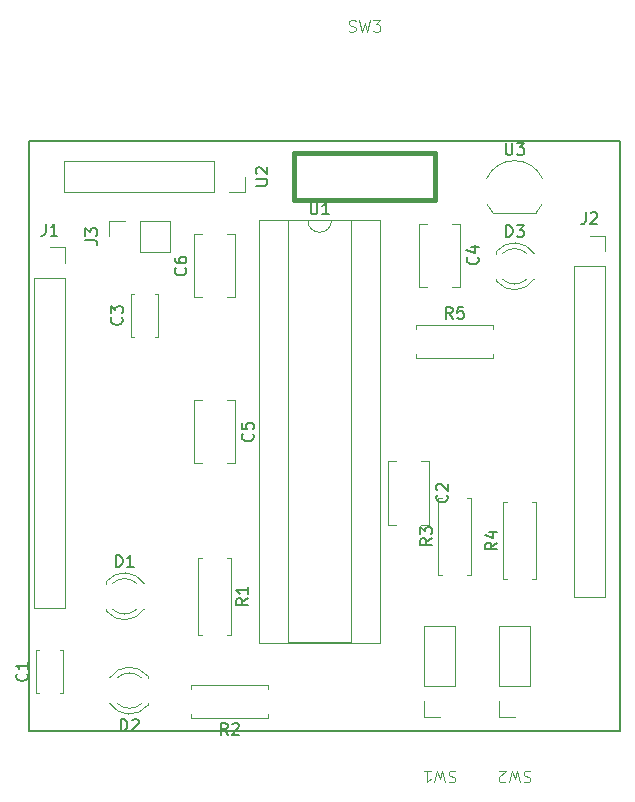
<source format=gbr>
%TF.GenerationSoftware,KiCad,Pcbnew,7.0.1-0*%
%TF.CreationDate,2023-06-05T16:05:10-05:00*%
%TF.ProjectId,ME433 HW4,4d453433-3320-4485-9734-2e6b69636164,rev?*%
%TF.SameCoordinates,Original*%
%TF.FileFunction,Legend,Top*%
%TF.FilePolarity,Positive*%
%FSLAX46Y46*%
G04 Gerber Fmt 4.6, Leading zero omitted, Abs format (unit mm)*
G04 Created by KiCad (PCBNEW 7.0.1-0) date 2023-06-05 16:05:10*
%MOMM*%
%LPD*%
G01*
G04 APERTURE LIST*
%ADD10C,0.150000*%
%ADD11C,0.100000*%
%ADD12C,0.120000*%
%ADD13C,0.400000*%
G04 APERTURE END LIST*
D10*
X131195000Y-48695000D02*
X181195000Y-48695000D01*
X181195000Y-98695000D01*
X131195000Y-98695000D01*
X131195000Y-48695000D01*
%TO.C,R1*%
X149737619Y-87431666D02*
X149261428Y-87764999D01*
X149737619Y-88003094D02*
X148737619Y-88003094D01*
X148737619Y-88003094D02*
X148737619Y-87622142D01*
X148737619Y-87622142D02*
X148785238Y-87526904D01*
X148785238Y-87526904D02*
X148832857Y-87479285D01*
X148832857Y-87479285D02*
X148928095Y-87431666D01*
X148928095Y-87431666D02*
X149070952Y-87431666D01*
X149070952Y-87431666D02*
X149166190Y-87479285D01*
X149166190Y-87479285D02*
X149213809Y-87526904D01*
X149213809Y-87526904D02*
X149261428Y-87622142D01*
X149261428Y-87622142D02*
X149261428Y-88003094D01*
X149737619Y-86479285D02*
X149737619Y-87050713D01*
X149737619Y-86764999D02*
X148737619Y-86764999D01*
X148737619Y-86764999D02*
X148880476Y-86860237D01*
X148880476Y-86860237D02*
X148975714Y-86955475D01*
X148975714Y-86955475D02*
X149023333Y-87050713D01*
D11*
%TO.C,SW2*%
X173638332Y-102060000D02*
X173495475Y-102012380D01*
X173495475Y-102012380D02*
X173257380Y-102012380D01*
X173257380Y-102012380D02*
X173162142Y-102060000D01*
X173162142Y-102060000D02*
X173114523Y-102107619D01*
X173114523Y-102107619D02*
X173066904Y-102202857D01*
X173066904Y-102202857D02*
X173066904Y-102298095D01*
X173066904Y-102298095D02*
X173114523Y-102393333D01*
X173114523Y-102393333D02*
X173162142Y-102440952D01*
X173162142Y-102440952D02*
X173257380Y-102488571D01*
X173257380Y-102488571D02*
X173447856Y-102536190D01*
X173447856Y-102536190D02*
X173543094Y-102583809D01*
X173543094Y-102583809D02*
X173590713Y-102631428D01*
X173590713Y-102631428D02*
X173638332Y-102726666D01*
X173638332Y-102726666D02*
X173638332Y-102821904D01*
X173638332Y-102821904D02*
X173590713Y-102917142D01*
X173590713Y-102917142D02*
X173543094Y-102964761D01*
X173543094Y-102964761D02*
X173447856Y-103012380D01*
X173447856Y-103012380D02*
X173209761Y-103012380D01*
X173209761Y-103012380D02*
X173066904Y-102964761D01*
X172733570Y-103012380D02*
X172495475Y-102012380D01*
X172495475Y-102012380D02*
X172304999Y-102726666D01*
X172304999Y-102726666D02*
X172114523Y-102012380D01*
X172114523Y-102012380D02*
X171876428Y-103012380D01*
X171543094Y-102917142D02*
X171495475Y-102964761D01*
X171495475Y-102964761D02*
X171400237Y-103012380D01*
X171400237Y-103012380D02*
X171162142Y-103012380D01*
X171162142Y-103012380D02*
X171066904Y-102964761D01*
X171066904Y-102964761D02*
X171019285Y-102917142D01*
X171019285Y-102917142D02*
X170971666Y-102821904D01*
X170971666Y-102821904D02*
X170971666Y-102726666D01*
X170971666Y-102726666D02*
X171019285Y-102583809D01*
X171019285Y-102583809D02*
X171590713Y-102012380D01*
X171590713Y-102012380D02*
X170971666Y-102012380D01*
%TO.C,SW1*%
X167288332Y-102060000D02*
X167145475Y-102012380D01*
X167145475Y-102012380D02*
X166907380Y-102012380D01*
X166907380Y-102012380D02*
X166812142Y-102060000D01*
X166812142Y-102060000D02*
X166764523Y-102107619D01*
X166764523Y-102107619D02*
X166716904Y-102202857D01*
X166716904Y-102202857D02*
X166716904Y-102298095D01*
X166716904Y-102298095D02*
X166764523Y-102393333D01*
X166764523Y-102393333D02*
X166812142Y-102440952D01*
X166812142Y-102440952D02*
X166907380Y-102488571D01*
X166907380Y-102488571D02*
X167097856Y-102536190D01*
X167097856Y-102536190D02*
X167193094Y-102583809D01*
X167193094Y-102583809D02*
X167240713Y-102631428D01*
X167240713Y-102631428D02*
X167288332Y-102726666D01*
X167288332Y-102726666D02*
X167288332Y-102821904D01*
X167288332Y-102821904D02*
X167240713Y-102917142D01*
X167240713Y-102917142D02*
X167193094Y-102964761D01*
X167193094Y-102964761D02*
X167097856Y-103012380D01*
X167097856Y-103012380D02*
X166859761Y-103012380D01*
X166859761Y-103012380D02*
X166716904Y-102964761D01*
X166383570Y-103012380D02*
X166145475Y-102012380D01*
X166145475Y-102012380D02*
X165954999Y-102726666D01*
X165954999Y-102726666D02*
X165764523Y-102012380D01*
X165764523Y-102012380D02*
X165526428Y-103012380D01*
X164621666Y-102012380D02*
X165193094Y-102012380D01*
X164907380Y-102012380D02*
X164907380Y-103012380D01*
X164907380Y-103012380D02*
X165002618Y-102869523D01*
X165002618Y-102869523D02*
X165097856Y-102774285D01*
X165097856Y-102774285D02*
X165193094Y-102726666D01*
D10*
%TO.C,D1*%
X138546905Y-84767619D02*
X138546905Y-83767619D01*
X138546905Y-83767619D02*
X138785000Y-83767619D01*
X138785000Y-83767619D02*
X138927857Y-83815238D01*
X138927857Y-83815238D02*
X139023095Y-83910476D01*
X139023095Y-83910476D02*
X139070714Y-84005714D01*
X139070714Y-84005714D02*
X139118333Y-84196190D01*
X139118333Y-84196190D02*
X139118333Y-84339047D01*
X139118333Y-84339047D02*
X139070714Y-84529523D01*
X139070714Y-84529523D02*
X139023095Y-84624761D01*
X139023095Y-84624761D02*
X138927857Y-84720000D01*
X138927857Y-84720000D02*
X138785000Y-84767619D01*
X138785000Y-84767619D02*
X138546905Y-84767619D01*
X140070714Y-84767619D02*
X139499286Y-84767619D01*
X139785000Y-84767619D02*
X139785000Y-83767619D01*
X139785000Y-83767619D02*
X139689762Y-83910476D01*
X139689762Y-83910476D02*
X139594524Y-84005714D01*
X139594524Y-84005714D02*
X139499286Y-84053333D01*
%TO.C,R3*%
X165317619Y-82351666D02*
X164841428Y-82684999D01*
X165317619Y-82923094D02*
X164317619Y-82923094D01*
X164317619Y-82923094D02*
X164317619Y-82542142D01*
X164317619Y-82542142D02*
X164365238Y-82446904D01*
X164365238Y-82446904D02*
X164412857Y-82399285D01*
X164412857Y-82399285D02*
X164508095Y-82351666D01*
X164508095Y-82351666D02*
X164650952Y-82351666D01*
X164650952Y-82351666D02*
X164746190Y-82399285D01*
X164746190Y-82399285D02*
X164793809Y-82446904D01*
X164793809Y-82446904D02*
X164841428Y-82542142D01*
X164841428Y-82542142D02*
X164841428Y-82923094D01*
X164317619Y-82018332D02*
X164317619Y-81399285D01*
X164317619Y-81399285D02*
X164698571Y-81732618D01*
X164698571Y-81732618D02*
X164698571Y-81589761D01*
X164698571Y-81589761D02*
X164746190Y-81494523D01*
X164746190Y-81494523D02*
X164793809Y-81446904D01*
X164793809Y-81446904D02*
X164889047Y-81399285D01*
X164889047Y-81399285D02*
X165127142Y-81399285D01*
X165127142Y-81399285D02*
X165222380Y-81446904D01*
X165222380Y-81446904D02*
X165270000Y-81494523D01*
X165270000Y-81494523D02*
X165317619Y-81589761D01*
X165317619Y-81589761D02*
X165317619Y-81875475D01*
X165317619Y-81875475D02*
X165270000Y-81970713D01*
X165270000Y-81970713D02*
X165222380Y-82018332D01*
%TO.C,R2*%
X148008333Y-98987619D02*
X147675000Y-98511428D01*
X147436905Y-98987619D02*
X147436905Y-97987619D01*
X147436905Y-97987619D02*
X147817857Y-97987619D01*
X147817857Y-97987619D02*
X147913095Y-98035238D01*
X147913095Y-98035238D02*
X147960714Y-98082857D01*
X147960714Y-98082857D02*
X148008333Y-98178095D01*
X148008333Y-98178095D02*
X148008333Y-98320952D01*
X148008333Y-98320952D02*
X147960714Y-98416190D01*
X147960714Y-98416190D02*
X147913095Y-98463809D01*
X147913095Y-98463809D02*
X147817857Y-98511428D01*
X147817857Y-98511428D02*
X147436905Y-98511428D01*
X148389286Y-98082857D02*
X148436905Y-98035238D01*
X148436905Y-98035238D02*
X148532143Y-97987619D01*
X148532143Y-97987619D02*
X148770238Y-97987619D01*
X148770238Y-97987619D02*
X148865476Y-98035238D01*
X148865476Y-98035238D02*
X148913095Y-98082857D01*
X148913095Y-98082857D02*
X148960714Y-98178095D01*
X148960714Y-98178095D02*
X148960714Y-98273333D01*
X148960714Y-98273333D02*
X148913095Y-98416190D01*
X148913095Y-98416190D02*
X148341667Y-98987619D01*
X148341667Y-98987619D02*
X148960714Y-98987619D01*
%TO.C,D3*%
X171566905Y-56827619D02*
X171566905Y-55827619D01*
X171566905Y-55827619D02*
X171805000Y-55827619D01*
X171805000Y-55827619D02*
X171947857Y-55875238D01*
X171947857Y-55875238D02*
X172043095Y-55970476D01*
X172043095Y-55970476D02*
X172090714Y-56065714D01*
X172090714Y-56065714D02*
X172138333Y-56256190D01*
X172138333Y-56256190D02*
X172138333Y-56399047D01*
X172138333Y-56399047D02*
X172090714Y-56589523D01*
X172090714Y-56589523D02*
X172043095Y-56684761D01*
X172043095Y-56684761D02*
X171947857Y-56780000D01*
X171947857Y-56780000D02*
X171805000Y-56827619D01*
X171805000Y-56827619D02*
X171566905Y-56827619D01*
X172471667Y-55827619D02*
X173090714Y-55827619D01*
X173090714Y-55827619D02*
X172757381Y-56208571D01*
X172757381Y-56208571D02*
X172900238Y-56208571D01*
X172900238Y-56208571D02*
X172995476Y-56256190D01*
X172995476Y-56256190D02*
X173043095Y-56303809D01*
X173043095Y-56303809D02*
X173090714Y-56399047D01*
X173090714Y-56399047D02*
X173090714Y-56637142D01*
X173090714Y-56637142D02*
X173043095Y-56732380D01*
X173043095Y-56732380D02*
X172995476Y-56780000D01*
X172995476Y-56780000D02*
X172900238Y-56827619D01*
X172900238Y-56827619D02*
X172614524Y-56827619D01*
X172614524Y-56827619D02*
X172519286Y-56780000D01*
X172519286Y-56780000D02*
X172471667Y-56732380D01*
%TO.C,J2*%
X178321666Y-54747619D02*
X178321666Y-55461904D01*
X178321666Y-55461904D02*
X178274047Y-55604761D01*
X178274047Y-55604761D02*
X178178809Y-55700000D01*
X178178809Y-55700000D02*
X178035952Y-55747619D01*
X178035952Y-55747619D02*
X177940714Y-55747619D01*
X178750238Y-54842857D02*
X178797857Y-54795238D01*
X178797857Y-54795238D02*
X178893095Y-54747619D01*
X178893095Y-54747619D02*
X179131190Y-54747619D01*
X179131190Y-54747619D02*
X179226428Y-54795238D01*
X179226428Y-54795238D02*
X179274047Y-54842857D01*
X179274047Y-54842857D02*
X179321666Y-54938095D01*
X179321666Y-54938095D02*
X179321666Y-55033333D01*
X179321666Y-55033333D02*
X179274047Y-55176190D01*
X179274047Y-55176190D02*
X178702619Y-55747619D01*
X178702619Y-55747619D02*
X179321666Y-55747619D01*
%TO.C,C4*%
X169172380Y-58546666D02*
X169220000Y-58594285D01*
X169220000Y-58594285D02*
X169267619Y-58737142D01*
X169267619Y-58737142D02*
X169267619Y-58832380D01*
X169267619Y-58832380D02*
X169220000Y-58975237D01*
X169220000Y-58975237D02*
X169124761Y-59070475D01*
X169124761Y-59070475D02*
X169029523Y-59118094D01*
X169029523Y-59118094D02*
X168839047Y-59165713D01*
X168839047Y-59165713D02*
X168696190Y-59165713D01*
X168696190Y-59165713D02*
X168505714Y-59118094D01*
X168505714Y-59118094D02*
X168410476Y-59070475D01*
X168410476Y-59070475D02*
X168315238Y-58975237D01*
X168315238Y-58975237D02*
X168267619Y-58832380D01*
X168267619Y-58832380D02*
X168267619Y-58737142D01*
X168267619Y-58737142D02*
X168315238Y-58594285D01*
X168315238Y-58594285D02*
X168362857Y-58546666D01*
X168600952Y-57689523D02*
X169267619Y-57689523D01*
X168220000Y-57927618D02*
X168934285Y-58165713D01*
X168934285Y-58165713D02*
X168934285Y-57546666D01*
%TO.C,R5*%
X167058333Y-63767619D02*
X166725000Y-63291428D01*
X166486905Y-63767619D02*
X166486905Y-62767619D01*
X166486905Y-62767619D02*
X166867857Y-62767619D01*
X166867857Y-62767619D02*
X166963095Y-62815238D01*
X166963095Y-62815238D02*
X167010714Y-62862857D01*
X167010714Y-62862857D02*
X167058333Y-62958095D01*
X167058333Y-62958095D02*
X167058333Y-63100952D01*
X167058333Y-63100952D02*
X167010714Y-63196190D01*
X167010714Y-63196190D02*
X166963095Y-63243809D01*
X166963095Y-63243809D02*
X166867857Y-63291428D01*
X166867857Y-63291428D02*
X166486905Y-63291428D01*
X167963095Y-62767619D02*
X167486905Y-62767619D01*
X167486905Y-62767619D02*
X167439286Y-63243809D01*
X167439286Y-63243809D02*
X167486905Y-63196190D01*
X167486905Y-63196190D02*
X167582143Y-63148571D01*
X167582143Y-63148571D02*
X167820238Y-63148571D01*
X167820238Y-63148571D02*
X167915476Y-63196190D01*
X167915476Y-63196190D02*
X167963095Y-63243809D01*
X167963095Y-63243809D02*
X168010714Y-63339047D01*
X168010714Y-63339047D02*
X168010714Y-63577142D01*
X168010714Y-63577142D02*
X167963095Y-63672380D01*
X167963095Y-63672380D02*
X167915476Y-63720000D01*
X167915476Y-63720000D02*
X167820238Y-63767619D01*
X167820238Y-63767619D02*
X167582143Y-63767619D01*
X167582143Y-63767619D02*
X167486905Y-63720000D01*
X167486905Y-63720000D02*
X167439286Y-63672380D01*
%TO.C,J3*%
X135977619Y-57118333D02*
X136691904Y-57118333D01*
X136691904Y-57118333D02*
X136834761Y-57165952D01*
X136834761Y-57165952D02*
X136930000Y-57261190D01*
X136930000Y-57261190D02*
X136977619Y-57404047D01*
X136977619Y-57404047D02*
X136977619Y-57499285D01*
X135977619Y-56737380D02*
X135977619Y-56118333D01*
X135977619Y-56118333D02*
X136358571Y-56451666D01*
X136358571Y-56451666D02*
X136358571Y-56308809D01*
X136358571Y-56308809D02*
X136406190Y-56213571D01*
X136406190Y-56213571D02*
X136453809Y-56165952D01*
X136453809Y-56165952D02*
X136549047Y-56118333D01*
X136549047Y-56118333D02*
X136787142Y-56118333D01*
X136787142Y-56118333D02*
X136882380Y-56165952D01*
X136882380Y-56165952D02*
X136930000Y-56213571D01*
X136930000Y-56213571D02*
X136977619Y-56308809D01*
X136977619Y-56308809D02*
X136977619Y-56594523D01*
X136977619Y-56594523D02*
X136930000Y-56689761D01*
X136930000Y-56689761D02*
X136882380Y-56737380D01*
%TO.C,C1*%
X131002380Y-93801666D02*
X131050000Y-93849285D01*
X131050000Y-93849285D02*
X131097619Y-93992142D01*
X131097619Y-93992142D02*
X131097619Y-94087380D01*
X131097619Y-94087380D02*
X131050000Y-94230237D01*
X131050000Y-94230237D02*
X130954761Y-94325475D01*
X130954761Y-94325475D02*
X130859523Y-94373094D01*
X130859523Y-94373094D02*
X130669047Y-94420713D01*
X130669047Y-94420713D02*
X130526190Y-94420713D01*
X130526190Y-94420713D02*
X130335714Y-94373094D01*
X130335714Y-94373094D02*
X130240476Y-94325475D01*
X130240476Y-94325475D02*
X130145238Y-94230237D01*
X130145238Y-94230237D02*
X130097619Y-94087380D01*
X130097619Y-94087380D02*
X130097619Y-93992142D01*
X130097619Y-93992142D02*
X130145238Y-93849285D01*
X130145238Y-93849285D02*
X130192857Y-93801666D01*
X131097619Y-92849285D02*
X131097619Y-93420713D01*
X131097619Y-93134999D02*
X130097619Y-93134999D01*
X130097619Y-93134999D02*
X130240476Y-93230237D01*
X130240476Y-93230237D02*
X130335714Y-93325475D01*
X130335714Y-93325475D02*
X130383333Y-93420713D01*
%TO.C,J1*%
X132601666Y-55717619D02*
X132601666Y-56431904D01*
X132601666Y-56431904D02*
X132554047Y-56574761D01*
X132554047Y-56574761D02*
X132458809Y-56670000D01*
X132458809Y-56670000D02*
X132315952Y-56717619D01*
X132315952Y-56717619D02*
X132220714Y-56717619D01*
X133601666Y-56717619D02*
X133030238Y-56717619D01*
X133315952Y-56717619D02*
X133315952Y-55717619D01*
X133315952Y-55717619D02*
X133220714Y-55860476D01*
X133220714Y-55860476D02*
X133125476Y-55955714D01*
X133125476Y-55955714D02*
X133030238Y-56003333D01*
%TO.C,D2*%
X138961905Y-98672619D02*
X138961905Y-97672619D01*
X138961905Y-97672619D02*
X139200000Y-97672619D01*
X139200000Y-97672619D02*
X139342857Y-97720238D01*
X139342857Y-97720238D02*
X139438095Y-97815476D01*
X139438095Y-97815476D02*
X139485714Y-97910714D01*
X139485714Y-97910714D02*
X139533333Y-98101190D01*
X139533333Y-98101190D02*
X139533333Y-98244047D01*
X139533333Y-98244047D02*
X139485714Y-98434523D01*
X139485714Y-98434523D02*
X139438095Y-98529761D01*
X139438095Y-98529761D02*
X139342857Y-98625000D01*
X139342857Y-98625000D02*
X139200000Y-98672619D01*
X139200000Y-98672619D02*
X138961905Y-98672619D01*
X139914286Y-97767857D02*
X139961905Y-97720238D01*
X139961905Y-97720238D02*
X140057143Y-97672619D01*
X140057143Y-97672619D02*
X140295238Y-97672619D01*
X140295238Y-97672619D02*
X140390476Y-97720238D01*
X140390476Y-97720238D02*
X140438095Y-97767857D01*
X140438095Y-97767857D02*
X140485714Y-97863095D01*
X140485714Y-97863095D02*
X140485714Y-97958333D01*
X140485714Y-97958333D02*
X140438095Y-98101190D01*
X140438095Y-98101190D02*
X139866667Y-98672619D01*
X139866667Y-98672619D02*
X140485714Y-98672619D01*
%TO.C,U1*%
X155043095Y-53902619D02*
X155043095Y-54712142D01*
X155043095Y-54712142D02*
X155090714Y-54807380D01*
X155090714Y-54807380D02*
X155138333Y-54855000D01*
X155138333Y-54855000D02*
X155233571Y-54902619D01*
X155233571Y-54902619D02*
X155424047Y-54902619D01*
X155424047Y-54902619D02*
X155519285Y-54855000D01*
X155519285Y-54855000D02*
X155566904Y-54807380D01*
X155566904Y-54807380D02*
X155614523Y-54712142D01*
X155614523Y-54712142D02*
X155614523Y-53902619D01*
X156614523Y-54902619D02*
X156043095Y-54902619D01*
X156328809Y-54902619D02*
X156328809Y-53902619D01*
X156328809Y-53902619D02*
X156233571Y-54045476D01*
X156233571Y-54045476D02*
X156138333Y-54140714D01*
X156138333Y-54140714D02*
X156043095Y-54188333D01*
%TO.C,C6*%
X144422380Y-59451666D02*
X144470000Y-59499285D01*
X144470000Y-59499285D02*
X144517619Y-59642142D01*
X144517619Y-59642142D02*
X144517619Y-59737380D01*
X144517619Y-59737380D02*
X144470000Y-59880237D01*
X144470000Y-59880237D02*
X144374761Y-59975475D01*
X144374761Y-59975475D02*
X144279523Y-60023094D01*
X144279523Y-60023094D02*
X144089047Y-60070713D01*
X144089047Y-60070713D02*
X143946190Y-60070713D01*
X143946190Y-60070713D02*
X143755714Y-60023094D01*
X143755714Y-60023094D02*
X143660476Y-59975475D01*
X143660476Y-59975475D02*
X143565238Y-59880237D01*
X143565238Y-59880237D02*
X143517619Y-59737380D01*
X143517619Y-59737380D02*
X143517619Y-59642142D01*
X143517619Y-59642142D02*
X143565238Y-59499285D01*
X143565238Y-59499285D02*
X143612857Y-59451666D01*
X143517619Y-58594523D02*
X143517619Y-58784999D01*
X143517619Y-58784999D02*
X143565238Y-58880237D01*
X143565238Y-58880237D02*
X143612857Y-58927856D01*
X143612857Y-58927856D02*
X143755714Y-59023094D01*
X143755714Y-59023094D02*
X143946190Y-59070713D01*
X143946190Y-59070713D02*
X144327142Y-59070713D01*
X144327142Y-59070713D02*
X144422380Y-59023094D01*
X144422380Y-59023094D02*
X144470000Y-58975475D01*
X144470000Y-58975475D02*
X144517619Y-58880237D01*
X144517619Y-58880237D02*
X144517619Y-58689761D01*
X144517619Y-58689761D02*
X144470000Y-58594523D01*
X144470000Y-58594523D02*
X144422380Y-58546904D01*
X144422380Y-58546904D02*
X144327142Y-58499285D01*
X144327142Y-58499285D02*
X144089047Y-58499285D01*
X144089047Y-58499285D02*
X143993809Y-58546904D01*
X143993809Y-58546904D02*
X143946190Y-58594523D01*
X143946190Y-58594523D02*
X143898571Y-58689761D01*
X143898571Y-58689761D02*
X143898571Y-58880237D01*
X143898571Y-58880237D02*
X143946190Y-58975475D01*
X143946190Y-58975475D02*
X143993809Y-59023094D01*
X143993809Y-59023094D02*
X144089047Y-59070713D01*
%TO.C,U3*%
X171543095Y-48877619D02*
X171543095Y-49687142D01*
X171543095Y-49687142D02*
X171590714Y-49782380D01*
X171590714Y-49782380D02*
X171638333Y-49830000D01*
X171638333Y-49830000D02*
X171733571Y-49877619D01*
X171733571Y-49877619D02*
X171924047Y-49877619D01*
X171924047Y-49877619D02*
X172019285Y-49830000D01*
X172019285Y-49830000D02*
X172066904Y-49782380D01*
X172066904Y-49782380D02*
X172114523Y-49687142D01*
X172114523Y-49687142D02*
X172114523Y-48877619D01*
X172495476Y-48877619D02*
X173114523Y-48877619D01*
X173114523Y-48877619D02*
X172781190Y-49258571D01*
X172781190Y-49258571D02*
X172924047Y-49258571D01*
X172924047Y-49258571D02*
X173019285Y-49306190D01*
X173019285Y-49306190D02*
X173066904Y-49353809D01*
X173066904Y-49353809D02*
X173114523Y-49449047D01*
X173114523Y-49449047D02*
X173114523Y-49687142D01*
X173114523Y-49687142D02*
X173066904Y-49782380D01*
X173066904Y-49782380D02*
X173019285Y-49830000D01*
X173019285Y-49830000D02*
X172924047Y-49877619D01*
X172924047Y-49877619D02*
X172638333Y-49877619D01*
X172638333Y-49877619D02*
X172543095Y-49830000D01*
X172543095Y-49830000D02*
X172495476Y-49782380D01*
%TO.C,C2*%
X166557337Y-78682006D02*
X166604957Y-78729625D01*
X166604957Y-78729625D02*
X166652576Y-78872482D01*
X166652576Y-78872482D02*
X166652576Y-78967720D01*
X166652576Y-78967720D02*
X166604957Y-79110577D01*
X166604957Y-79110577D02*
X166509718Y-79205815D01*
X166509718Y-79205815D02*
X166414480Y-79253434D01*
X166414480Y-79253434D02*
X166224004Y-79301053D01*
X166224004Y-79301053D02*
X166081147Y-79301053D01*
X166081147Y-79301053D02*
X165890671Y-79253434D01*
X165890671Y-79253434D02*
X165795433Y-79205815D01*
X165795433Y-79205815D02*
X165700195Y-79110577D01*
X165700195Y-79110577D02*
X165652576Y-78967720D01*
X165652576Y-78967720D02*
X165652576Y-78872482D01*
X165652576Y-78872482D02*
X165700195Y-78729625D01*
X165700195Y-78729625D02*
X165747814Y-78682006D01*
X165747814Y-78301053D02*
X165700195Y-78253434D01*
X165700195Y-78253434D02*
X165652576Y-78158196D01*
X165652576Y-78158196D02*
X165652576Y-77920101D01*
X165652576Y-77920101D02*
X165700195Y-77824863D01*
X165700195Y-77824863D02*
X165747814Y-77777244D01*
X165747814Y-77777244D02*
X165843052Y-77729625D01*
X165843052Y-77729625D02*
X165938290Y-77729625D01*
X165938290Y-77729625D02*
X166081147Y-77777244D01*
X166081147Y-77777244D02*
X166652576Y-78348672D01*
X166652576Y-78348672D02*
X166652576Y-77729625D01*
%TO.C,U2*%
X150382619Y-52491904D02*
X151192142Y-52491904D01*
X151192142Y-52491904D02*
X151287380Y-52444285D01*
X151287380Y-52444285D02*
X151335000Y-52396666D01*
X151335000Y-52396666D02*
X151382619Y-52301428D01*
X151382619Y-52301428D02*
X151382619Y-52110952D01*
X151382619Y-52110952D02*
X151335000Y-52015714D01*
X151335000Y-52015714D02*
X151287380Y-51968095D01*
X151287380Y-51968095D02*
X151192142Y-51920476D01*
X151192142Y-51920476D02*
X150382619Y-51920476D01*
X150477857Y-51491904D02*
X150430238Y-51444285D01*
X150430238Y-51444285D02*
X150382619Y-51349047D01*
X150382619Y-51349047D02*
X150382619Y-51110952D01*
X150382619Y-51110952D02*
X150430238Y-51015714D01*
X150430238Y-51015714D02*
X150477857Y-50968095D01*
X150477857Y-50968095D02*
X150573095Y-50920476D01*
X150573095Y-50920476D02*
X150668333Y-50920476D01*
X150668333Y-50920476D02*
X150811190Y-50968095D01*
X150811190Y-50968095D02*
X151382619Y-51539523D01*
X151382619Y-51539523D02*
X151382619Y-50920476D01*
D11*
%TO.C,SW3*%
X158271667Y-39420000D02*
X158414524Y-39467619D01*
X158414524Y-39467619D02*
X158652619Y-39467619D01*
X158652619Y-39467619D02*
X158747857Y-39420000D01*
X158747857Y-39420000D02*
X158795476Y-39372380D01*
X158795476Y-39372380D02*
X158843095Y-39277142D01*
X158843095Y-39277142D02*
X158843095Y-39181904D01*
X158843095Y-39181904D02*
X158795476Y-39086666D01*
X158795476Y-39086666D02*
X158747857Y-39039047D01*
X158747857Y-39039047D02*
X158652619Y-38991428D01*
X158652619Y-38991428D02*
X158462143Y-38943809D01*
X158462143Y-38943809D02*
X158366905Y-38896190D01*
X158366905Y-38896190D02*
X158319286Y-38848571D01*
X158319286Y-38848571D02*
X158271667Y-38753333D01*
X158271667Y-38753333D02*
X158271667Y-38658095D01*
X158271667Y-38658095D02*
X158319286Y-38562857D01*
X158319286Y-38562857D02*
X158366905Y-38515238D01*
X158366905Y-38515238D02*
X158462143Y-38467619D01*
X158462143Y-38467619D02*
X158700238Y-38467619D01*
X158700238Y-38467619D02*
X158843095Y-38515238D01*
X159176429Y-38467619D02*
X159414524Y-39467619D01*
X159414524Y-39467619D02*
X159605000Y-38753333D01*
X159605000Y-38753333D02*
X159795476Y-39467619D01*
X159795476Y-39467619D02*
X160033572Y-38467619D01*
X160319286Y-38467619D02*
X160938333Y-38467619D01*
X160938333Y-38467619D02*
X160605000Y-38848571D01*
X160605000Y-38848571D02*
X160747857Y-38848571D01*
X160747857Y-38848571D02*
X160843095Y-38896190D01*
X160843095Y-38896190D02*
X160890714Y-38943809D01*
X160890714Y-38943809D02*
X160938333Y-39039047D01*
X160938333Y-39039047D02*
X160938333Y-39277142D01*
X160938333Y-39277142D02*
X160890714Y-39372380D01*
X160890714Y-39372380D02*
X160843095Y-39420000D01*
X160843095Y-39420000D02*
X160747857Y-39467619D01*
X160747857Y-39467619D02*
X160462143Y-39467619D01*
X160462143Y-39467619D02*
X160366905Y-39420000D01*
X160366905Y-39420000D02*
X160319286Y-39372380D01*
D10*
%TO.C,R4*%
X170812619Y-82716666D02*
X170336428Y-83049999D01*
X170812619Y-83288094D02*
X169812619Y-83288094D01*
X169812619Y-83288094D02*
X169812619Y-82907142D01*
X169812619Y-82907142D02*
X169860238Y-82811904D01*
X169860238Y-82811904D02*
X169907857Y-82764285D01*
X169907857Y-82764285D02*
X170003095Y-82716666D01*
X170003095Y-82716666D02*
X170145952Y-82716666D01*
X170145952Y-82716666D02*
X170241190Y-82764285D01*
X170241190Y-82764285D02*
X170288809Y-82811904D01*
X170288809Y-82811904D02*
X170336428Y-82907142D01*
X170336428Y-82907142D02*
X170336428Y-83288094D01*
X170145952Y-81859523D02*
X170812619Y-81859523D01*
X169765000Y-82097618D02*
X170479285Y-82335713D01*
X170479285Y-82335713D02*
X170479285Y-81716666D01*
%TO.C,C3*%
X139037380Y-63646666D02*
X139085000Y-63694285D01*
X139085000Y-63694285D02*
X139132619Y-63837142D01*
X139132619Y-63837142D02*
X139132619Y-63932380D01*
X139132619Y-63932380D02*
X139085000Y-64075237D01*
X139085000Y-64075237D02*
X138989761Y-64170475D01*
X138989761Y-64170475D02*
X138894523Y-64218094D01*
X138894523Y-64218094D02*
X138704047Y-64265713D01*
X138704047Y-64265713D02*
X138561190Y-64265713D01*
X138561190Y-64265713D02*
X138370714Y-64218094D01*
X138370714Y-64218094D02*
X138275476Y-64170475D01*
X138275476Y-64170475D02*
X138180238Y-64075237D01*
X138180238Y-64075237D02*
X138132619Y-63932380D01*
X138132619Y-63932380D02*
X138132619Y-63837142D01*
X138132619Y-63837142D02*
X138180238Y-63694285D01*
X138180238Y-63694285D02*
X138227857Y-63646666D01*
X138132619Y-63313332D02*
X138132619Y-62694285D01*
X138132619Y-62694285D02*
X138513571Y-63027618D01*
X138513571Y-63027618D02*
X138513571Y-62884761D01*
X138513571Y-62884761D02*
X138561190Y-62789523D01*
X138561190Y-62789523D02*
X138608809Y-62741904D01*
X138608809Y-62741904D02*
X138704047Y-62694285D01*
X138704047Y-62694285D02*
X138942142Y-62694285D01*
X138942142Y-62694285D02*
X139037380Y-62741904D01*
X139037380Y-62741904D02*
X139085000Y-62789523D01*
X139085000Y-62789523D02*
X139132619Y-62884761D01*
X139132619Y-62884761D02*
X139132619Y-63170475D01*
X139132619Y-63170475D02*
X139085000Y-63265713D01*
X139085000Y-63265713D02*
X139037380Y-63313332D01*
%TO.C,C5*%
X150122380Y-73501666D02*
X150170000Y-73549285D01*
X150170000Y-73549285D02*
X150217619Y-73692142D01*
X150217619Y-73692142D02*
X150217619Y-73787380D01*
X150217619Y-73787380D02*
X150170000Y-73930237D01*
X150170000Y-73930237D02*
X150074761Y-74025475D01*
X150074761Y-74025475D02*
X149979523Y-74073094D01*
X149979523Y-74073094D02*
X149789047Y-74120713D01*
X149789047Y-74120713D02*
X149646190Y-74120713D01*
X149646190Y-74120713D02*
X149455714Y-74073094D01*
X149455714Y-74073094D02*
X149360476Y-74025475D01*
X149360476Y-74025475D02*
X149265238Y-73930237D01*
X149265238Y-73930237D02*
X149217619Y-73787380D01*
X149217619Y-73787380D02*
X149217619Y-73692142D01*
X149217619Y-73692142D02*
X149265238Y-73549285D01*
X149265238Y-73549285D02*
X149312857Y-73501666D01*
X149217619Y-72596904D02*
X149217619Y-73073094D01*
X149217619Y-73073094D02*
X149693809Y-73120713D01*
X149693809Y-73120713D02*
X149646190Y-73073094D01*
X149646190Y-73073094D02*
X149598571Y-72977856D01*
X149598571Y-72977856D02*
X149598571Y-72739761D01*
X149598571Y-72739761D02*
X149646190Y-72644523D01*
X149646190Y-72644523D02*
X149693809Y-72596904D01*
X149693809Y-72596904D02*
X149789047Y-72549285D01*
X149789047Y-72549285D02*
X150027142Y-72549285D01*
X150027142Y-72549285D02*
X150122380Y-72596904D01*
X150122380Y-72596904D02*
X150170000Y-72644523D01*
X150170000Y-72644523D02*
X150217619Y-72739761D01*
X150217619Y-72739761D02*
X150217619Y-72977856D01*
X150217619Y-72977856D02*
X150170000Y-73073094D01*
X150170000Y-73073094D02*
X150122380Y-73120713D01*
D12*
%TO.C,R1*%
X148275000Y-83995000D02*
X148275000Y-90535000D01*
X147945000Y-83995000D02*
X148275000Y-83995000D01*
X145865000Y-83995000D02*
X145535000Y-83995000D01*
X145535000Y-83995000D02*
X145535000Y-90535000D01*
X148275000Y-90535000D02*
X147945000Y-90535000D01*
X145535000Y-90535000D02*
X145865000Y-90535000D01*
%TO.C,SW2*%
X173635000Y-94885000D02*
X173635000Y-89745000D01*
X173635000Y-94885000D02*
X170975000Y-94885000D01*
X173635000Y-89745000D02*
X170975000Y-89745000D01*
X172305000Y-97485000D02*
X170975000Y-97485000D01*
X170975000Y-97485000D02*
X170975000Y-96155000D01*
X170975000Y-94885000D02*
X170975000Y-89745000D01*
%TO.C,SW1*%
X167285000Y-94885000D02*
X167285000Y-89745000D01*
X167285000Y-94885000D02*
X164625000Y-94885000D01*
X167285000Y-89745000D02*
X164625000Y-89745000D01*
X165955000Y-97485000D02*
X164625000Y-97485000D01*
X164625000Y-97485000D02*
X164625000Y-96155000D01*
X164625000Y-94885000D02*
X164625000Y-89745000D01*
%TO.C,D1*%
X137725000Y-86029000D02*
X137725000Y-86185000D01*
X137725000Y-88345000D02*
X137725000Y-88501000D01*
X140957334Y-86186392D02*
G75*
G03*
X137725001Y-86029485I-1672334J-1078608D01*
G01*
X140326129Y-86185164D02*
G75*
G03*
X138244040Y-86185001I-1041129J-1079836D01*
G01*
X138244040Y-88344999D02*
G75*
G03*
X140326129Y-88344836I1040960J1079999D01*
G01*
X137725001Y-88500515D02*
G75*
G03*
X140957334Y-88343608I1559999J1235515D01*
G01*
%TO.C,R3*%
X165855000Y-85455000D02*
X165855000Y-78915000D01*
X166185000Y-85455000D02*
X165855000Y-85455000D01*
X168265000Y-85455000D02*
X168595000Y-85455000D01*
X168595000Y-85455000D02*
X168595000Y-78915000D01*
X165855000Y-78915000D02*
X166185000Y-78915000D01*
X168595000Y-78915000D02*
X168265000Y-78915000D01*
%TO.C,R2*%
X151445000Y-97525000D02*
X144905000Y-97525000D01*
X151445000Y-97195000D02*
X151445000Y-97525000D01*
X151445000Y-95115000D02*
X151445000Y-94785000D01*
X151445000Y-94785000D02*
X144905000Y-94785000D01*
X144905000Y-97525000D02*
X144905000Y-97195000D01*
X144905000Y-94785000D02*
X144905000Y-95115000D01*
%TO.C,D3*%
X170745000Y-58089000D02*
X170745000Y-58245000D01*
X170745000Y-60405000D02*
X170745000Y-60561000D01*
X173977334Y-58246392D02*
G75*
G03*
X170745001Y-58089485I-1672334J-1078608D01*
G01*
X173346129Y-58245164D02*
G75*
G03*
X171264040Y-58245001I-1041129J-1079836D01*
G01*
X171264040Y-60404999D02*
G75*
G03*
X173346129Y-60404836I1040960J1079999D01*
G01*
X170745001Y-60560515D02*
G75*
G03*
X173977334Y-60403608I1559999J1235515D01*
G01*
%TO.C,J2*%
X177325000Y-59325000D02*
X177325000Y-87325000D01*
X177325000Y-59325000D02*
X179985000Y-59325000D01*
X177325000Y-87325000D02*
X179985000Y-87325000D01*
X178655000Y-56725000D02*
X179985000Y-56725000D01*
X179985000Y-56725000D02*
X179985000Y-58055000D01*
X179985000Y-59325000D02*
X179985000Y-87325000D01*
%TO.C,C4*%
X167676000Y-55710000D02*
X167010000Y-55710000D01*
X167676000Y-55710000D02*
X167676000Y-61050000D01*
X164900000Y-55710000D02*
X164234000Y-55710000D01*
X164234000Y-55710000D02*
X164234000Y-61050000D01*
X167676000Y-61050000D02*
X167010000Y-61050000D01*
X164900000Y-61050000D02*
X164234000Y-61050000D01*
%TO.C,R5*%
X163955000Y-64305000D02*
X170495000Y-64305000D01*
X163955000Y-64635000D02*
X163955000Y-64305000D01*
X163955000Y-66715000D02*
X163955000Y-67045000D01*
X163955000Y-67045000D02*
X170495000Y-67045000D01*
X170495000Y-64305000D02*
X170495000Y-64635000D01*
X170495000Y-67045000D02*
X170495000Y-66715000D01*
%TO.C,J3*%
X140555000Y-58115000D02*
X143155000Y-58115000D01*
X140555000Y-58115000D02*
X140555000Y-55455000D01*
X143155000Y-58115000D02*
X143155000Y-55455000D01*
X137955000Y-56785000D02*
X137955000Y-55455000D01*
X137955000Y-55455000D02*
X139285000Y-55455000D01*
X140555000Y-55455000D02*
X143155000Y-55455000D01*
%TO.C,C1*%
X131765000Y-95455000D02*
X132010000Y-95455000D01*
X131765000Y-95455000D02*
X131765000Y-91815000D01*
X133860000Y-95455000D02*
X134105000Y-95455000D01*
X134105000Y-95455000D02*
X134105000Y-91815000D01*
X131765000Y-91815000D02*
X132010000Y-91815000D01*
X133860000Y-91815000D02*
X134105000Y-91815000D01*
%TO.C,J1*%
X131605000Y-60295000D02*
X131605000Y-88295000D01*
X131605000Y-60295000D02*
X134265000Y-60295000D01*
X131605000Y-88295000D02*
X134265000Y-88295000D01*
X132935000Y-57695000D02*
X134265000Y-57695000D01*
X134265000Y-57695000D02*
X134265000Y-59025000D01*
X134265000Y-60295000D02*
X134265000Y-88295000D01*
%TO.C,D2*%
X141260000Y-96486000D02*
X141260000Y-96330000D01*
X141260000Y-94170000D02*
X141260000Y-94014000D01*
X138027666Y-96328608D02*
G75*
G03*
X141259999Y-96485515I1672334J1078608D01*
G01*
X138658871Y-96329836D02*
G75*
G03*
X140740960Y-96329999I1041129J1079836D01*
G01*
X140740960Y-94170001D02*
G75*
G03*
X138658871Y-94170164I-1040960J-1079999D01*
G01*
X141259999Y-94014485D02*
G75*
G03*
X138027666Y-94171392I-1559999J-1235515D01*
G01*
%TO.C,U1*%
X150665000Y-55380000D02*
X150665000Y-91180000D01*
X150665000Y-91180000D02*
X160945000Y-91180000D01*
X153155000Y-55440000D02*
X153155000Y-91120000D01*
X153155000Y-91120000D02*
X158455000Y-91120000D01*
X154805000Y-55440000D02*
X153155000Y-55440000D01*
X158455000Y-55440000D02*
X156805000Y-55440000D01*
X158455000Y-91120000D02*
X158455000Y-55440000D01*
X160945000Y-55380000D02*
X150665000Y-55380000D01*
X160945000Y-91180000D02*
X160945000Y-55380000D01*
X154805000Y-55440000D02*
G75*
G03*
X156805000Y-55440000I1000000J0D01*
G01*
%TO.C,C6*%
X145184000Y-61955000D02*
X145850000Y-61955000D01*
X145184000Y-61955000D02*
X145184000Y-56615000D01*
X147960000Y-61955000D02*
X148626000Y-61955000D01*
X148626000Y-61955000D02*
X148626000Y-56615000D01*
X145184000Y-56615000D02*
X145850000Y-56615000D01*
X147960000Y-56615000D02*
X148626000Y-56615000D01*
%TO.C,U3*%
X170505000Y-54825000D02*
X174105000Y-54825000D01*
X172305000Y-50375001D02*
G75*
G03*
X169948601Y-51876193I0J-2599999D01*
G01*
X169980817Y-54097795D02*
G75*
G03*
X170505001Y-54824999I2324183J1122795D01*
G01*
X174661400Y-51876193D02*
G75*
G03*
X172305000Y-50375000I-2356400J-1098807D01*
G01*
X174104999Y-54824999D02*
G75*
G03*
X174629183Y-54097795I-1799999J1849999D01*
G01*
%TO.C,C2*%
X165060957Y-75845340D02*
X164394957Y-75845340D01*
X165060957Y-75845340D02*
X165060957Y-81185340D01*
X162284957Y-75845340D02*
X161618957Y-75845340D01*
X161618957Y-75845340D02*
X161618957Y-81185340D01*
X165060957Y-81185340D02*
X164394957Y-81185340D01*
X162284957Y-81185340D02*
X161618957Y-81185340D01*
%TO.C,U2*%
X146880000Y-50400000D02*
X134120000Y-50400000D01*
X146880000Y-50400000D02*
X146880000Y-53060000D01*
X134120000Y-50400000D02*
X134120000Y-53060000D01*
X149480000Y-51730000D02*
X149480000Y-53060000D01*
X149480000Y-53060000D02*
X148150000Y-53060000D01*
X146880000Y-53060000D02*
X134120000Y-53060000D01*
D13*
%TO.C,SW3*%
X153605000Y-49705000D02*
X165605000Y-49705000D01*
X153605000Y-53705000D02*
X153605000Y-49705000D01*
X153605000Y-53705000D02*
X165605000Y-53705000D01*
X165605000Y-53705000D02*
X165605000Y-49705000D01*
D12*
%TO.C,R4*%
X171350000Y-85820000D02*
X171350000Y-79280000D01*
X171680000Y-85820000D02*
X171350000Y-85820000D01*
X173760000Y-85820000D02*
X174090000Y-85820000D01*
X174090000Y-85820000D02*
X174090000Y-79280000D01*
X171350000Y-79280000D02*
X171680000Y-79280000D01*
X174090000Y-79280000D02*
X173760000Y-79280000D01*
%TO.C,C3*%
X139800000Y-65300000D02*
X140045000Y-65300000D01*
X139800000Y-65300000D02*
X139800000Y-61660000D01*
X141895000Y-65300000D02*
X142140000Y-65300000D01*
X142140000Y-65300000D02*
X142140000Y-61660000D01*
X139800000Y-61660000D02*
X140045000Y-61660000D01*
X141895000Y-61660000D02*
X142140000Y-61660000D01*
%TO.C,C5*%
X148626000Y-70665000D02*
X147960000Y-70665000D01*
X148626000Y-70665000D02*
X148626000Y-76005000D01*
X145850000Y-70665000D02*
X145184000Y-70665000D01*
X145184000Y-70665000D02*
X145184000Y-76005000D01*
X148626000Y-76005000D02*
X147960000Y-76005000D01*
X145850000Y-76005000D02*
X145184000Y-76005000D01*
%TD*%
M02*

</source>
